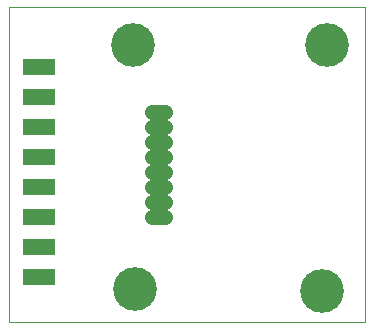
<source format=gts>
G04 EAGLE Gerber RS-274X export*
G75*
%MOMM*%
%FSLAX34Y34*%
%LPD*%
%INSolderstop Top*%
%IPPOS*%
%AMOC8*
5,1,8,0,0,1.08239X$1,22.5*%
G01*
%ADD10C,0.000000*%
%ADD11C,3.703200*%
%ADD12C,1.311200*%
%ADD13R,2.743200X1.473200*%


D10*
X38100Y127000D02*
X339600Y127000D01*
X339600Y393600D01*
X38100Y393600D01*
X38100Y127000D01*
D11*
X143510Y361950D03*
X144780Y154940D03*
X307340Y361950D03*
X303530Y153670D03*
D12*
X170640Y304800D02*
X159560Y304800D01*
X159560Y292100D02*
X170640Y292100D01*
X170640Y279400D02*
X159560Y279400D01*
X159560Y266700D02*
X170640Y266700D01*
X170640Y254000D02*
X159560Y254000D01*
X159560Y241300D02*
X170640Y241300D01*
X170640Y228600D02*
X159560Y228600D01*
X159560Y215900D02*
X170640Y215900D01*
D13*
X63500Y342900D03*
X63500Y317500D03*
X63500Y292100D03*
X63500Y266700D03*
X63500Y241300D03*
X63500Y190500D03*
X63500Y215900D03*
X63500Y165100D03*
M02*

</source>
